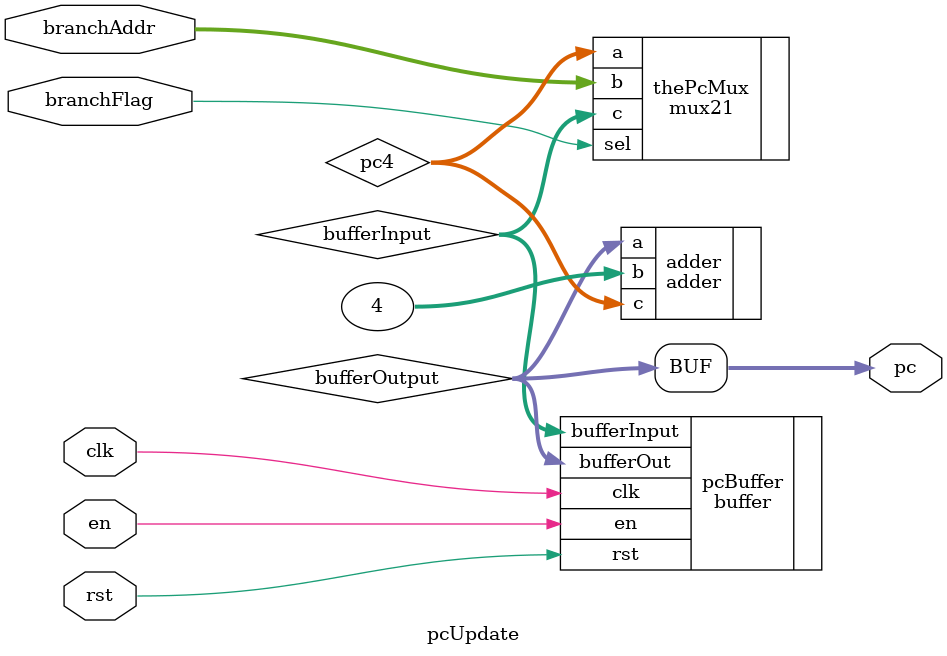
<source format=sv>
module pcUpdate(input clk,rst,en,branchFlag,input [31:0] branchAddr,output[31:0] pc);
	logic [31:0] pc4;
	logic [31:0] bufferInput,bufferOutput; 

	buffer #(.Buffer_size(32)) pcBuffer (.rst(rst),.clk(clk),.en(en),.bufferInput(bufferInput),.bufferOut(bufferOutput));
	adder #(.N(32)) adder (.a(bufferOutput),.b(4),.c(pc4));
	mux21 #(.N(32)) thePcMux(.a(pc4),.b(branchAddr),.c(bufferInput),.sel(branchFlag));
	
	assign pc=bufferOutput;
endmodule 
</source>
